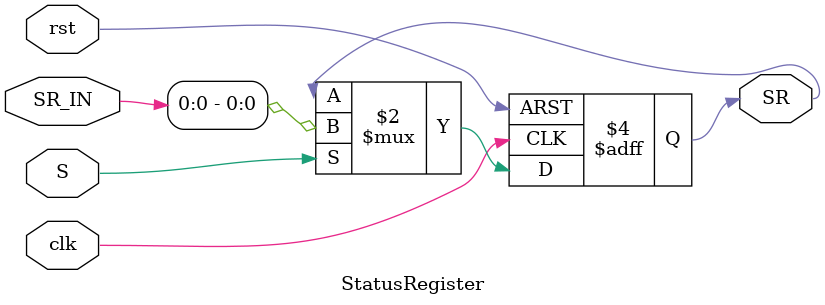
<source format=v>
module StatusRegister (
    input clk, rst,
    input S,
    input[3:0] SR_IN,
    output reg SR
);

	always@(negedge clk, posedge rst) begin
		if (rst) SR <= 4'b0;
		else if (S) SR <= SR_IN;
	end
	
endmodule
</source>
